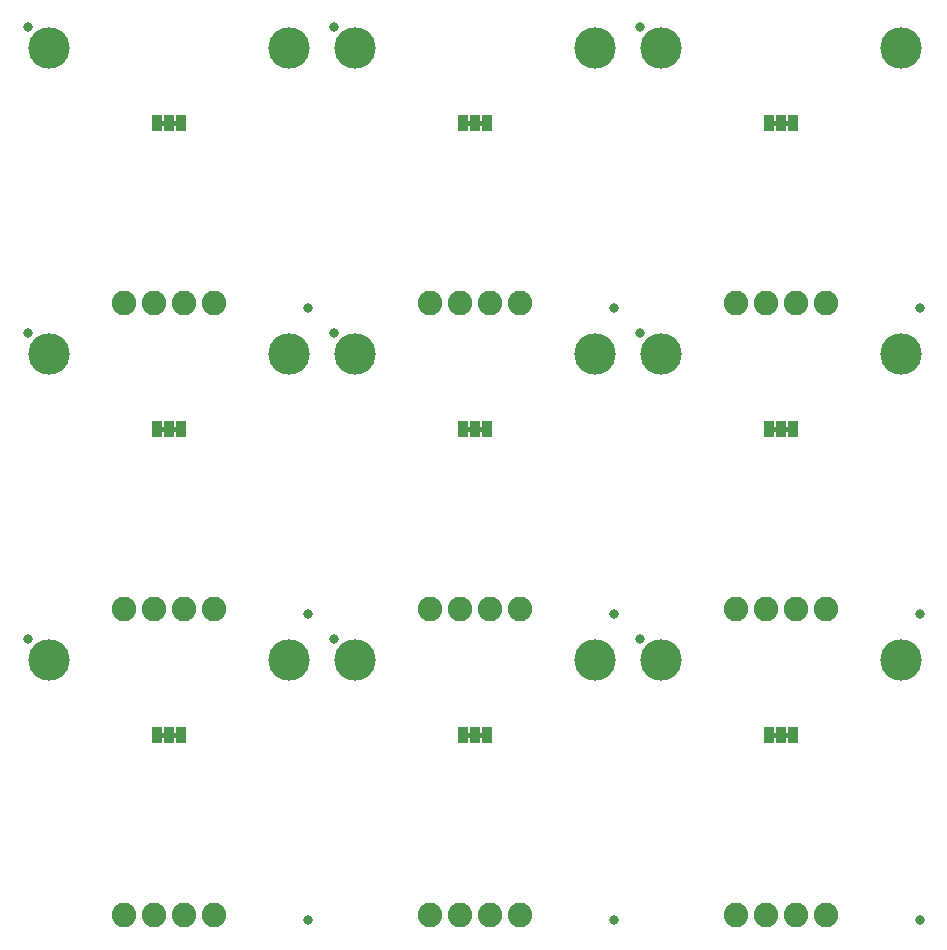
<source format=gbs>
G75*
%MOIN*%
%OFA0B0*%
%FSLAX25Y25*%
%IPPOS*%
%LPD*%
%AMOC8*
5,1,8,0,0,1.08239X$1,22.5*
%
%ADD10C,0.13800*%
%ADD11R,0.03300X0.05800*%
%ADD12C,0.00500*%
%ADD13C,0.08200*%
%ADD14C,0.03300*%
D10*
X0038750Y0118750D03*
X0118750Y0118750D03*
X0140750Y0118750D03*
X0220750Y0118750D03*
X0242750Y0118750D03*
X0322750Y0118750D03*
X0322750Y0220750D03*
X0242750Y0220750D03*
X0220750Y0220750D03*
X0140750Y0220750D03*
X0118750Y0220750D03*
X0038750Y0220750D03*
X0038750Y0322750D03*
X0118750Y0322750D03*
X0140750Y0322750D03*
X0220750Y0322750D03*
X0242750Y0322750D03*
X0322750Y0322750D03*
D11*
X0286750Y0297750D03*
X0282750Y0297750D03*
X0278750Y0297750D03*
X0184750Y0297750D03*
X0180750Y0297750D03*
X0176750Y0297750D03*
X0082750Y0297750D03*
X0078750Y0297750D03*
X0074750Y0297750D03*
X0074750Y0195750D03*
X0078750Y0195750D03*
X0082750Y0195750D03*
X0176750Y0195750D03*
X0180750Y0195750D03*
X0184750Y0195750D03*
X0278750Y0195750D03*
X0282750Y0195750D03*
X0286750Y0195750D03*
X0286750Y0093750D03*
X0282750Y0093750D03*
X0278750Y0093750D03*
X0184750Y0093750D03*
X0180750Y0093750D03*
X0176750Y0093750D03*
X0082750Y0093750D03*
X0078750Y0093750D03*
X0074750Y0093750D03*
D12*
X0076000Y0093556D02*
X0077500Y0093556D01*
X0077500Y0093250D02*
X0077500Y0094250D01*
X0076000Y0094250D01*
X0076000Y0093250D01*
X0077500Y0093250D01*
X0077500Y0094055D02*
X0076000Y0094055D01*
X0080000Y0094055D02*
X0081500Y0094055D01*
X0081500Y0094250D02*
X0081500Y0093250D01*
X0080000Y0093250D01*
X0080000Y0094250D01*
X0081500Y0094250D01*
X0081500Y0093556D02*
X0080000Y0093556D01*
X0178000Y0093556D02*
X0179500Y0093556D01*
X0179500Y0093250D02*
X0179500Y0094250D01*
X0178000Y0094250D01*
X0178000Y0093250D01*
X0179500Y0093250D01*
X0179500Y0094055D02*
X0178000Y0094055D01*
X0182000Y0094055D02*
X0183500Y0094055D01*
X0183500Y0094250D02*
X0183500Y0093250D01*
X0182000Y0093250D01*
X0182000Y0094250D01*
X0183500Y0094250D01*
X0183500Y0093556D02*
X0182000Y0093556D01*
X0280000Y0093556D02*
X0281500Y0093556D01*
X0281500Y0093250D02*
X0281500Y0094250D01*
X0280000Y0094250D01*
X0280000Y0093250D01*
X0281500Y0093250D01*
X0281500Y0094055D02*
X0280000Y0094055D01*
X0284000Y0094055D02*
X0285500Y0094055D01*
X0285500Y0094250D02*
X0285500Y0093250D01*
X0284000Y0093250D01*
X0284000Y0094250D01*
X0285500Y0094250D01*
X0285500Y0093556D02*
X0284000Y0093556D01*
X0284000Y0195250D02*
X0285500Y0195250D01*
X0285500Y0196250D01*
X0284000Y0196250D01*
X0284000Y0195250D01*
X0284000Y0195253D02*
X0285500Y0195253D01*
X0285500Y0195751D02*
X0284000Y0195751D01*
X0284000Y0196250D02*
X0285500Y0196250D01*
X0281500Y0196250D02*
X0280000Y0196250D01*
X0280000Y0195250D01*
X0281500Y0195250D01*
X0281500Y0196250D01*
X0280000Y0196250D01*
X0280000Y0195751D02*
X0281500Y0195751D01*
X0281500Y0195253D02*
X0280000Y0195253D01*
X0183500Y0195253D02*
X0182000Y0195253D01*
X0182000Y0195250D02*
X0183500Y0195250D01*
X0183500Y0196250D01*
X0182000Y0196250D01*
X0182000Y0195250D01*
X0182000Y0195751D02*
X0183500Y0195751D01*
X0183500Y0196250D02*
X0182000Y0196250D01*
X0179500Y0196250D02*
X0178000Y0196250D01*
X0178000Y0195250D01*
X0179500Y0195250D01*
X0179500Y0196250D01*
X0178000Y0196250D01*
X0178000Y0195751D02*
X0179500Y0195751D01*
X0179500Y0195253D02*
X0178000Y0195253D01*
X0081500Y0195253D02*
X0080000Y0195253D01*
X0080000Y0195250D02*
X0081500Y0195250D01*
X0081500Y0196250D01*
X0080000Y0196250D01*
X0080000Y0195250D01*
X0080000Y0195751D02*
X0081500Y0195751D01*
X0081500Y0196250D02*
X0080000Y0196250D01*
X0077500Y0196250D02*
X0076000Y0196250D01*
X0076000Y0195250D01*
X0077500Y0195250D01*
X0077500Y0196250D01*
X0076000Y0196250D01*
X0076000Y0195751D02*
X0077500Y0195751D01*
X0077500Y0195253D02*
X0076000Y0195253D01*
X0076000Y0297250D02*
X0077500Y0297250D01*
X0077500Y0298250D01*
X0076000Y0298250D01*
X0076000Y0297250D01*
X0076000Y0297448D02*
X0077500Y0297448D01*
X0077500Y0297946D02*
X0076000Y0297946D01*
X0080000Y0297946D02*
X0081500Y0297946D01*
X0081500Y0298250D02*
X0081500Y0297250D01*
X0080000Y0297250D01*
X0080000Y0298250D01*
X0081500Y0298250D01*
X0081500Y0297448D02*
X0080000Y0297448D01*
X0178000Y0297448D02*
X0179500Y0297448D01*
X0179500Y0297250D02*
X0179500Y0298250D01*
X0178000Y0298250D01*
X0178000Y0297250D01*
X0179500Y0297250D01*
X0179500Y0297946D02*
X0178000Y0297946D01*
X0182000Y0297946D02*
X0183500Y0297946D01*
X0183500Y0298250D02*
X0183500Y0297250D01*
X0182000Y0297250D01*
X0182000Y0298250D01*
X0183500Y0298250D01*
X0183500Y0297448D02*
X0182000Y0297448D01*
X0280000Y0297448D02*
X0281500Y0297448D01*
X0281500Y0297250D02*
X0281500Y0298250D01*
X0280000Y0298250D01*
X0280000Y0297250D01*
X0281500Y0297250D01*
X0281500Y0297946D02*
X0280000Y0297946D01*
X0284000Y0297946D02*
X0285500Y0297946D01*
X0285500Y0298250D02*
X0285500Y0297250D01*
X0284000Y0297250D01*
X0284000Y0298250D01*
X0285500Y0298250D01*
X0285500Y0297448D02*
X0284000Y0297448D01*
D13*
X0063750Y0033750D03*
X0073750Y0033750D03*
X0083750Y0033750D03*
X0093750Y0033750D03*
X0165750Y0033750D03*
X0175750Y0033750D03*
X0185750Y0033750D03*
X0195750Y0033750D03*
X0267750Y0033750D03*
X0277750Y0033750D03*
X0287750Y0033750D03*
X0297750Y0033750D03*
X0297750Y0135750D03*
X0287750Y0135750D03*
X0277750Y0135750D03*
X0267750Y0135750D03*
X0195750Y0135750D03*
X0185750Y0135750D03*
X0175750Y0135750D03*
X0165750Y0135750D03*
X0093750Y0135750D03*
X0083750Y0135750D03*
X0073750Y0135750D03*
X0063750Y0135750D03*
X0063750Y0237750D03*
X0073750Y0237750D03*
X0083750Y0237750D03*
X0093750Y0237750D03*
X0165750Y0237750D03*
X0175750Y0237750D03*
X0185750Y0237750D03*
X0195750Y0237750D03*
X0267750Y0237750D03*
X0277750Y0237750D03*
X0287750Y0237750D03*
X0297750Y0237750D03*
D14*
X0329250Y0236250D03*
X0235750Y0227750D03*
X0227250Y0236250D03*
X0133750Y0227750D03*
X0125250Y0236250D03*
X0031750Y0227750D03*
X0125250Y0134250D03*
X0133750Y0125750D03*
X0227250Y0134250D03*
X0235750Y0125750D03*
X0329250Y0134250D03*
X0329250Y0032250D03*
X0227250Y0032250D03*
X0125250Y0032250D03*
X0031750Y0125750D03*
X0031750Y0329750D03*
X0133750Y0329750D03*
X0235750Y0329750D03*
M02*

</source>
